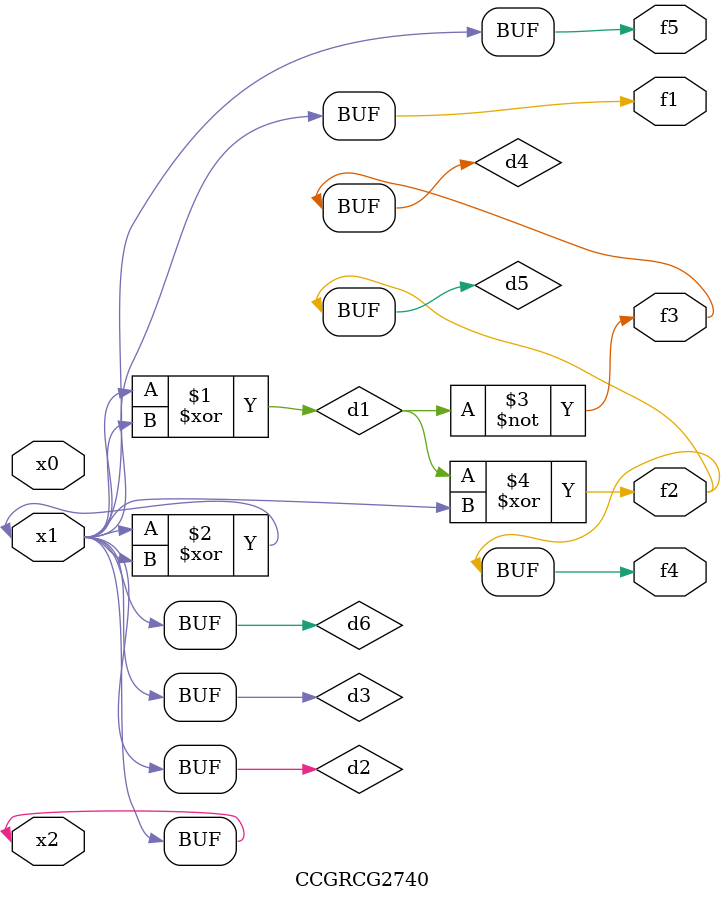
<source format=v>
module CCGRCG2740(
	input x0, x1, x2,
	output f1, f2, f3, f4, f5
);

	wire d1, d2, d3, d4, d5, d6;

	xor (d1, x1, x2);
	buf (d2, x1, x2);
	xor (d3, x1, x2);
	nor (d4, d1);
	xor (d5, d1, d2);
	buf (d6, d2, d3);
	assign f1 = d6;
	assign f2 = d5;
	assign f3 = d4;
	assign f4 = d5;
	assign f5 = d6;
endmodule

</source>
